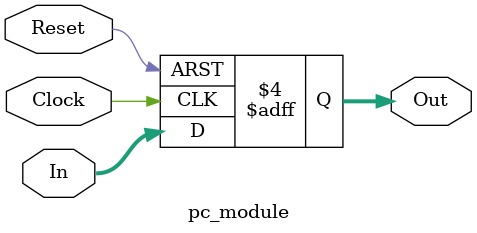
<source format=v>
`timescale 1ns / 1ps
module pc_module(Out, In, Clock, Reset);
   output[31:0] Out;
   input [31:0] In;
   input  Clock, Reset;
   reg   [31:0] Out;
 
   initial begin
      Out = 32'd0;
   end

   always@(posedge Clock or posedge Reset) begin      
      if(Reset == 1'b1) 
         Out <= 32'd0;
      else 
         Out <= In;
   end   
endmodule

</source>
